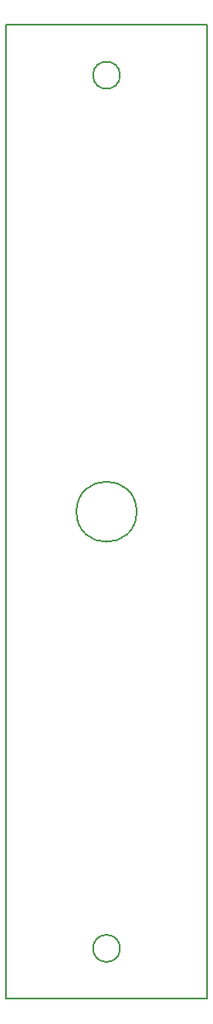
<source format=gm1>
G04 #@! TF.GenerationSoftware,KiCad,Pcbnew,(5.1.6-0-10_14)*
G04 #@! TF.CreationDate,2020-06-29T16:32:02+02:00*
G04 #@! TF.ProjectId,excitation-pcb,65786369-7461-4746-996f-6e2d7063622e,rev?*
G04 #@! TF.SameCoordinates,Original*
G04 #@! TF.FileFunction,Profile,NP*
%FSLAX46Y46*%
G04 Gerber Fmt 4.6, Leading zero omitted, Abs format (unit mm)*
G04 Created by KiCad (PCBNEW (5.1.6-0-10_14)) date 2020-06-29 16:32:02*
%MOMM*%
%LPD*%
G01*
G04 APERTURE LIST*
G04 #@! TA.AperFunction,Profile*
%ADD10C,0.200000*%
G04 #@! TD*
G04 APERTURE END LIST*
D10*
X94287002Y-97917000D02*
G75*
G03*
X94287002Y-97917000I-3000000J0D01*
G01*
X101309414Y-146423675D02*
X101309414Y-49423675D01*
X92637002Y-141423675D02*
G75*
G03*
X92637002Y-141423675I-1350000J0D01*
G01*
X81264589Y-49423675D02*
X81264589Y-146423675D01*
X81264589Y-146423675D02*
X101309414Y-146423675D01*
X101309414Y-49423675D02*
X81264589Y-49423675D01*
X92637002Y-54423675D02*
G75*
G03*
X92637002Y-54423675I-1350000J0D01*
G01*
M02*

</source>
